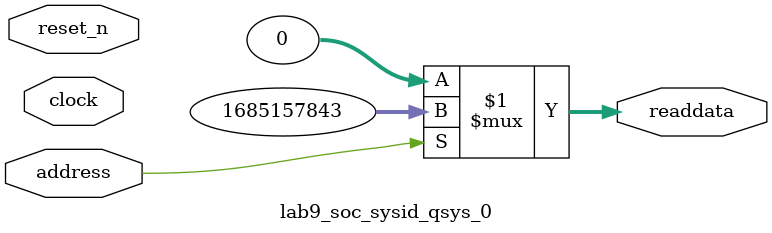
<source format=v>



// synthesis translate_off
`timescale 1ns / 1ps
// synthesis translate_on

// turn off superfluous verilog processor warnings 
// altera message_level Level1 
// altera message_off 10034 10035 10036 10037 10230 10240 10030 

module lab9_soc_sysid_qsys_0 (
               // inputs:
                address,
                clock,
                reset_n,

               // outputs:
                readdata
             )
;

  output  [ 31: 0] readdata;
  input            address;
  input            clock;
  input            reset_n;

  wire    [ 31: 0] readdata;
  //control_slave, which is an e_avalon_slave
  assign readdata = address ? 1685157843 : 0;

endmodule



</source>
